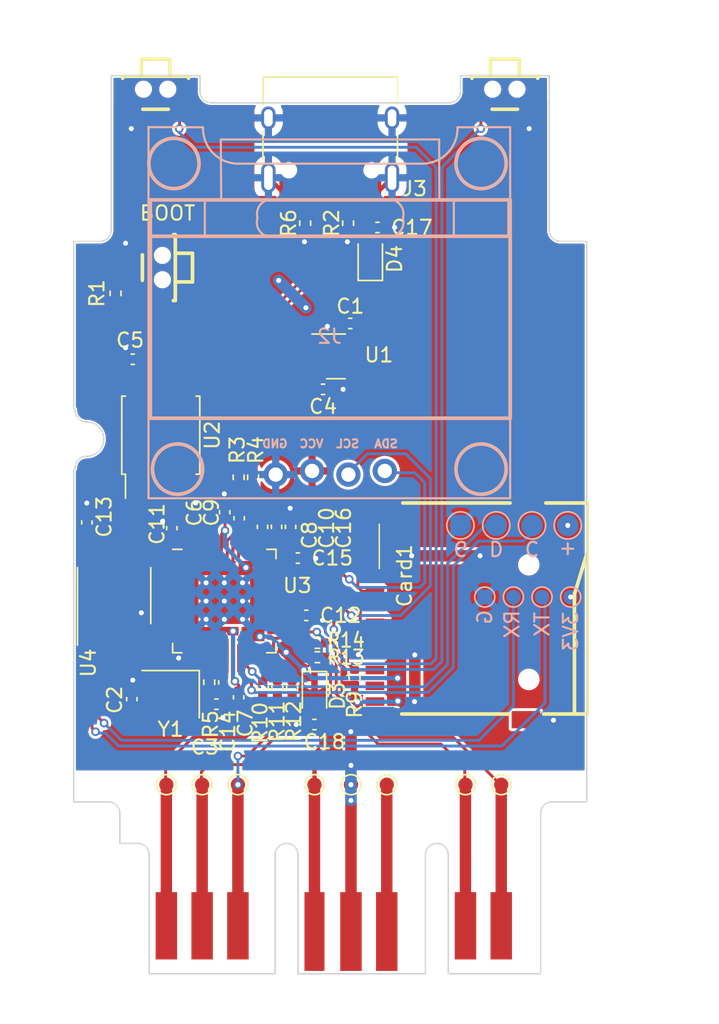
<source format=kicad_pcb>
(kicad_pcb (version 20211014) (generator pcbnew)
  (layers (0 "F.Cu" signal) (31 "B.Cu" signal) (34 "B.Paste" user) (35 "F.Paste" user) (36 "B.SilkS" user "B.Silkscreen") (37 "F.SilkS" user "F.Silkscreen") (38 "B.Mask" user) (39 "F.Mask" user) (44 "Edge.Cuts" user))
  (net 0 "")
  (net 6 "GND")
  (net 7 "+3V3")
  (net 8 "+1V1")
  (net 9 "Net-(R4-Pad2)")
  (net 10 "VBUS")
  (net 11 "Net-(C3-Pad1)")
  (net 12 "Net-(R3-Pad2)")
  (net 13 "SD_MISO")
  (net 14 "SD_CLK")
  (net 15 "SD_MOSI")
  (net 16 "SD_CS")
  (net 18 "Net-(J3-PadA5)")
  (net 19 "D+")
  (net 20 "D-")
  (net 21 "Net-(J3-PadB5)")
  (net 22 "PSX_DAT")
  (net 23 "PSX_CMD")
  (net 24 "PSX_SEL")
  (net 25 "PSX_CLK")
  (net 26 "PSX_ACK")
  (net 27 "XIN")
  (net 28 "XOUT")
  (net 35 "SW1")
  (net 36 "SW2")
  (net 37 "OLED_SCL")
  (net 38 "OLED_SDA")
  (net 39 "QSPI_SS")
  (net 40 "Net-(R1-Pad2)")
  (net 41 "QSPI_SD1")
  (net 42 "QSPI_SD2")
  (net 43 "QSPI_SD0")
  (net 44 "QSPI_SCLK")
  (net 45 "QSPI_SD3")
  (net 46 "SWDIO")
  (net 47 "SWCLK")
  (net 52 "Net-(C1-Pad1)")
  (net 56 "PSX_3.5V")
  (net 57 "PSX_7.5V")
  (net 58 "Net-(R10-Pad2)")
  (net 59 "Net-(R11-Pad2)")
  (net 60 "Net-(R12-Pad2)")
  (net 61 "Net-(R13-Pad2)")
  (net 62 "Net-(R14-Pad2)")
  (net 63 "PSRAM_CS")
  (net 64 "PSRAM_IO1")
  (net 65 "PSRAM_IO2")
  (net 66 "PSRAM_IO0")
  (net 67 "PSRAM_CLK")
  (net 68 "PSRAM_IO3")
  (net 71 "UART_TX")
  (net 72 "UART_RX")
  (footprint "TestPoint:TestPoint_Pad_D1.0mm" (layer "F.Cu") (at 51.85 76)
    (fp_text reference "TP7" hide)
    (fp_text value "TestPoint")
  )
  (footprint "kicad_lceda:SW-SMD_TS24CA" (layer "F.Cu") (at 73 28.2215)
    (fp_text reference "SW1" hide)
    (fp_text value locked "USER1")
  )
  (footprint "kicad_lceda:SW-SMD_TS24CA" (layer "F.Cu") (at 48.3 39.9 -90)
    (fp_text reference "SW3" hide)
    (fp_text value "BOOT")
  )
  (footprint "Resistor_SMD:R_0402_1005Metric" (layer "F.Cu") (at 59.05 36.8 90)
    (fp_text reference "R6")
    (fp_text value "5.1k")
  )
  (footprint "Capacitor_SMD:C_0402_1005Metric" (layer "F.Cu") (at 49.73 58.09 90)
    (fp_text reference "C11")
    (fp_text value "100n")
  )
  (footprint "Capacitor_SMD:C_0402_1005Metric" (layer "F.Cu") (at 47 46.3 180)
    (fp_text reference "C5")
    (fp_text value "100n")
  )
  (footprint "PSX:PlayStation_Memory_Card" (layer "F.Cu") (at 60.8 89.2)
    (fp_text reference "J1")
    (fp_text value "PSX-Memcard")
  )
  (footprint "Capacitor_SMD:C_0402_1005Metric" (layer "F.Cu") (at 54.4375 57.4 90)
    (fp_text reference "C9")
    (fp_text value "100n")
  )
  (footprint "Capacitor_SMD:C_0402_1005Metric" (layer "F.Cu") (at 58.03 58 90)
    (fp_text reference "C16")
    (fp_text value "100n")
  )
  (footprint "Resistor_SMD:R_0402_1005Metric" (layer "F.Cu") (at 62.05 36.8 -90)
    (fp_text reference "R2")
    (fp_text value "5.1k")
  )
  (footprint "TestPoint:TestPoint_Pad_D1.0mm" (layer "F.Cu") (at 62.25 76)
    (fp_text reference "TP4" hide)
    (fp_text value "TestPoint")
  )
  (footprint "Package_SO:SOIC-8_3.9x4.9mm_P1.27mm" (layer "F.Cu") (at 45.7 62.8 90)
    (fp_text reference "U4")
    (fp_text value "LY68L6400SLIT")
  )
  (footprint "Capacitor_SMD:C_0402_1005Metric" (layer "F.Cu") (at 59.1275 64.18)
    (fp_text reference "C12")
    (fp_text value "100n")
  )
  (footprint "Resistor_SMD:R_0402_1005Metric" (layer "F.Cu") (at 55.41 54.54 -90)
    (fp_text reference "R4")
    (fp_text value "22")
  )
  (footprint "Resistor_SMD:R_0402_1005Metric" (layer "F.Cu") (at 54.4 54.54 -90)
    (fp_text reference "R3")
    (fp_text value "22")
  )
  (footprint "Capacitor_SMD:C_0402_1005Metric" (layer "F.Cu") (at 54.4 69.9 -90)
    (fp_text reference "C7")
    (fp_text value "100n")
  )
  (footprint "Capacitor_SMD:C_0402_1005Metric" (layer "F.Cu") (at 53.3675 68.86 -90)
    (fp_text reference "C14")
    (fp_text value "100n")
  )
  (footprint "Resistor_SMD:R_0402_1005Metric" (layer "F.Cu") (at 58.1375 69.28 90)
    (fp_text reference "R12")
    (fp_text value "220")
  )
  (footprint "TestPoint:TestPoint_Pad_D1.0mm" (layer "F.Cu") (at 59.7 76)
    (fp_text reference "TP5" hide)
    (fp_text value "TestPoint")
  )
  (footprint "Connector_USB:USB_C_Receptacle_HRO_TYPE-C-31-M-12" (layer "F.Cu") (at 60.8 30.5 180)
    (fp_text reference "J3")
    (fp_text value "USB_C_Receptacle_USB2.0")
  )
  (footprint "Crystal:Crystal_SMD_3225-4Pin_3.2x2.5mm" (layer "F.Cu") (at 49.65 69.68 180)
    (fp_text reference "Y1")
    (fp_text value "12 Mhz")
  )
  (footprint "Diode_SMD:D_SOD-323" (layer "F.Cu") (at 63.6 39.3 90)
    (fp_text reference "D4")
    (fp_text value "1N5819WS")
  )
  (footprint "Capacitor_SMD:C_0402_1005Metric" (layer "F.Cu") (at 52.85 70.380008)
    (fp_text reference "C3")
    (fp_text value "30p")
  )
  (footprint "Capacitor_SMD:C_0402_1005Metric" (layer "F.Cu") (at 57.05 58 90)
    (fp_text reference "C10")
    (fp_text value "1u")
  )
  (footprint "TestPoint:TestPoint_Pad_D1.0mm" (layer "F.Cu") (at 49.35 76)
    (fp_text reference "TP8" hide)
    (fp_text value "TestPoint")
  )
  (footprint "Capacitor_SMD:C_0402_1005Metric" (layer "F.Cu") (at 43.795 57.69 90)
    (fp_text reference "C13")
    (fp_text value "100n")
  )
  (footprint "Resistor_SMD:R_0402_1005Metric" (layer "F.Cu") (at 52.3475 68.85 -90)
    (fp_text reference "R5")
    (fp_text value "1k")
  )
  (footprint "Package_SO:SOIC-8_5.23x5.23mm_P1.27mm" (layer "F.Cu") (at 48.96 51.6 90)
    (fp_text reference "U2")
    (fp_text value "W25Q128JVS")
  )
  (footprint "Capacitor_SMD:C_0402_1005Metric" (layer "F.Cu") (at 59.7 71.8)
    (fp_text reference "C18")
    (fp_text value "4.7u")
  )
  (footprint "RP2040_minimal:RP2040-QFN-56" (layer "F.Cu") (at 53.4 63.18)
    (fp_text reference "U3")
    (fp_text value "RP2040")
  )
  (footprint "Resistor_SMD:R_0402_1005Metric" (layer "F.Cu") (at 59.9 66.1 180)
    (fp_text reference "R14")
    (fp_text value "22")
  )
  (footprint "Capacitor_SMD:C_0402_1005Metric" (layer "F.Cu") (at 64.1 37.1 180)
    (fp_text reference "C17")
    (fp_text value "4.7u")
  )
  (footprint "Resistor_SMD:R_0402_1005Metric" (layer "F.Cu") (at 56.0875 69.28 90)
    (fp_text reference "R10")
    (fp_text value "22")
  )
  (footprint "Capacitor_SMD:C_0402_1005Metric" (layer "F.Cu") (at 53.4275 56.98 90)
    (fp_text reference "C6")
    (fp_text value "100n")
  )
  (footprint "Capacitor_SMD:C_0402_1005Metric" (layer "F.Cu") (at 62.2 43.8 180)
    (fp_text reference "C1")
    (fp_text value "1u")
  )
  (footprint "TestPoint:TestPoint_Pad_D1.0mm" (layer "F.Cu") (at 70.25 76)
    (fp_text reference "TP2" hide)
    (fp_text value "TestPoint")
  )
  (footprint "Resistor_SMD:R_0402_1005Metric" (layer "F.Cu") (at 45.8 41.7 90)
    (fp_text reference "R1")
    (fp_text value "1k")
  )
  (footprint "TestPoint:TestPoint_Pad_D1.0mm" (layer "F.Cu") (at 64.75 76)
    (fp_text reference "TP3" hide)
    (fp_text value "TestPoint")
  )
  (footprint "Resistor_SMD:R_0402_1005Metric" (layer "F.Cu") (at 62.5 68.5 90)
    (fp_text reference "R9")
    (fp_text value "10k")
  )
  (footprint "Diode_SMD:D_SOD-323" (layer "F.Cu") (at 59.7 69.6 -90)
    (fp_text reference "D3")
    (fp_text value "1N5819WS")
  )
  (footprint "kicad_lceda:TF-SMD_TF-01A" (layer "F.Cu") (at 69.2 63.7 90)
    (fp_text reference "Card1")
    (fp_text value "TF-01A")
  )
  (footprint "TestPoint:TestPoint_Pad_D1.0mm" (layer "F.Cu") (at 72.75 76)
    (fp_text reference "TP1" hide)
    (fp_text value "TestPoint")
  )
  (footprint "Capacitor_SMD:C_0402_1005Metric" (layer "F.Cu") (at 46.9375 70.03 90)
    (fp_text reference "C2")
    (fp_text value "30p")
  )
  (footprint "kicad_lceda:SW-SMD_TS24CA" (layer "F.Cu") (at 48.6 28.2215)
    (fp_text reference "SW2" hide)
    (fp_text value "USER2")
  )
  (footprint "Capacitor_SMD:C_0402_1005Metric" (layer "F.Cu") (at 58.5375 60.18)
    (fp_text reference "C15")
    (fp_text value "100n")
  )
  (footprint "Resistor_SMD:R_0402_1005Metric" (layer "F.Cu") (at 57.1075 69.28 90)
    (fp_text reference "R11")
    (fp_text value "220")
  )
  (footprint "Capacitor_SMD:C_0402_1005Metric" (layer "F.Cu") (at 56.07 58 90)
    (fp_text reference "C8")
    (fp_text value "1u")
  )
  (footprint "Package_TO_SOT_SMD:SOT-23" (layer "F.Cu") (at 61.2 46.1)
    (fp_text reference "U1")
    (fp_text value "XC6206P332MR")
  )
  (footprint "Resistor_SMD:R_0402_1005Metric" (layer "F.Cu") (at 59.9 67.1 180)
    (fp_text reference "R13")
    (fp_text value "220")
  )
  (footprint "TestPoint:TestPoint_Pad_D1.0mm" (layer "F.Cu") (at 54.35 76)
    (fp_text reference "TP6" hide)
    (fp_text value "TestPoint")
  )
  (footprint "Capacitor_SMD:C_0402_1005Metric" (layer "F.Cu") (at 60.3 48.4)
    (fp_text reference "C4")
    (fp_text value "1u")
  )
  (footprint "TestPoint:TestPoint_Pad_D1.5mm" (layer "B.Cu") (at 74.9 57.9 180)
    (fp_text reference "J6" hide)
    (fp_text value "C")
  )
  (footprint "TestPoint:TestPoint_Pad_D1.5mm" (layer "B.Cu") (at 77.4 57.9 180)
    (fp_text reference "J4" hide)
    (fp_text value "+")
  )
  (footprint "TestPoint:TestPoint_Pad_D1.5mm" (layer "B.Cu") (at 72.4 57.9 180)
    (fp_text reference "J5" hide)
    (fp_text value "D")
  )
  (footprint "TestPoint:TestPoint_Pad_D1.0mm" (layer "B.Cu") (at 71.6 62.9 180)
    (fp_text reference "J18" hide)
    (fp_text value "G")
  )
  (footprint "TestPoint:TestPoint_Pad_D1.5mm" (layer "B.Cu") (at 69.9 57.9 180)
    (fp_text reference "J7" hide)
    (fp_text value "G")
  )
  (footprint "TestPoint:TestPoint_Pad_D1.0mm" (layer "B.Cu") (at 73.6 62.9 180)
    (fp_text reference "J9" hide)
    (fp_text value "RX")
  )
  (footprint "kicad_lceda:SSD1306" (layer "B.Cu") (at 60.8 44.7)
    (fp_text reference "J2")
    (fp_text value "OLED")
  )
  (footprint "TestPoint:TestPoint_Pad_D1.0mm" (layer "B.Cu") (at 75.6 62.9 180)
    (fp_text reference "J8" hide)
    (fp_text value "TX")
  )
  (footprint "TestPoint:TestPoint_Pad_D1.0mm" (layer "B.Cu") (at 77.6 62.9 180)
    (fp_text reference "J19" hide)
    (fp_text value "3V3")
  )
  (gr_arc (start 42.97499 53.87499) (mid 43.209297 53.309298) (end 43.77499 53.07499) (layer "Edge.Cuts") (width 0.1))
  (gr_arc (start 45.49899 37.27499) (mid 45.264668 37.840669) (end 44.69899 38.07499) (layer "Edge.Cuts") (width 0.1))
  (gr_line (start 45.49999 28.39999) (end 45.49999 26.49999) (layer "Edge.Cuts") (width 0.1))
  (gr_line (start 58.55 89.2) (end 58.55 80.9) (layer "Edge.Cuts") (width 0.1))
  (gr_line (start 76.1 26.5) (end 76.101 28.4) (layer "Edge.Cuts") (width 0.1))
  (gr_line (start 42.87499 77.19999) (end 42.87499 54.048195) (layer "Edge.Cuts") (width 0.1))
  (gr_line (start 56.95 89.2) (end 48.15 89.2) (layer "Edge.Cuts") (width 0.1))
  (gr_line (start 45.49899 37.27499) (end 45.49999 28.39999) (layer "Edge.Cuts") (width 0.1))
  (gr_line (start 69.05 89.2) (end 69.05 80.9) (layer "Edge.Cuts") (width 0.1))
  (gr_line (start 75.5 78) (end 75.5 89.2) (layer "Edge.Cuts") (width 0.1))
  (gr_arc (start 67.45 80.9) (mid 68.250001 80.100003) (end 69.05 80.9) (layer "Edge.Cuts") (width 0.1))
  (gr_arc (start 69.89999 27.59999) (mid 69.665664 28.165672) (end 69.09998 28.39999) (layer "Edge.Cuts") (width 0.1))
  (gr_line (start 69.89999 26.5) (end 76.1 26.5) (layer "Edge.Cuts") (width 0.1))
  (gr_arc (start 43.77499 50.67499) (mid 44.97499 51.87499) (end 43.77499 53.07499) (layer "Edge.Cuts") (width 0.1))
  (gr_arc (start 75.5 78) (mid 75.734304 77.434305) (end 76.3 77.2) (layer "Edge.Cuts") (width 0.1))
  (gr_arc (start 56.95 80.9) (mid 57.750001 80.100003) (end 58.55 80.9) (layer "Edge.Cuts") (width 0.1))
  (gr_line (start 67.45 89.2) (end 58.55 89.2) (layer "Edge.Cuts") (width 0.1))
  (gr_line (start 67.45 80.9) (end 67.45 89.2) (layer "Edge.Cuts") (width 0.1))
  (gr_arc (start 43.77499 50.67499) (mid 43.209277 50.440687) (end 42.97499 49.87499) (layer "Edge.Cuts") (width 0.1))
  (gr_arc (start 42.87499 49.701785) (mid 42.948175 49.774996) (end 42.97499 49.87499) (layer "Edge.Cuts") (width 0.1))
  (gr_arc (start 42.97499 53.87499) (mid 42.948188 53.974984) (end 42.87499 54.048195) (layer "Edge.Cuts") (width 0.1))
  (gr_line (start 78.725 77.2) (end 76.3 77.2) (layer "Edge.Cuts") (width 0.1))
  (gr_line (start 56.95 80.9) (end 56.95 89.2) (layer "Edge.Cuts") (width 0.1))
  (gr_line (start 51.69999 26.49999) (end 51.69999 27.59999) (layer "Edge.Cuts") (width 0.1))
  (gr_line (start 42.87499 49.701785) (end 42.87499 38.07499) (layer "Edge.Cuts") (width 0.1))
  (gr_line (start 45.49999 26.49999) (end 51.69999 26.49999) (layer "Edge.Cuts") (width 0.1))
  (gr_arc (start 76.901 38.075) (mid 76.335277 37.840701) (end 76.101 37.275) (layer "Edge.Cuts") (width 0.1))
  (gr_line (start 47.34999 80.09999) (end 46.09999 80.09999) (layer "Edge.Cuts") (width 0.1))
  (gr_line (start 42.87499 38.07499) (end 44.69899 38.07499) (layer "Edge.Cuts") (width 0.1))
  (gr_arc (start 47.34999 80.09999) (mid 47.915651 80.33432) (end 48.15 80.9) (layer "Edge.Cuts") (width 0.1))
  (gr_arc (start 52.49999 28.39999) (mid 51.934277 28.165687) (end 51.69999 27.59999) (layer "Edge.Cuts") (width 0.1))
  (gr_line (start 45.29999 77.19999) (end 42.87499 77.19999) (layer "Edge.Cuts") (width 0.1))
  (gr_line (start 69.89999 27.59999) (end 69.89999 26.5) (layer "Edge.Cuts") (width 0.1))
  (gr_line (start 52.49999 28.39999) (end 69.09998 28.39999) (layer "Edge.Cuts") (width 0.1))
  (gr_line (start 75.5 89.2) (end 69.05 89.2) (layer "Edge.Cuts") (width 0.1))
  (gr_line (start 78.725 38.075) (end 78.725 77.2) (layer "Edge.Cuts") (width 0.1))
  (gr_line (start 48.15 89.2) (end 48.15 80.9) (layer "Edge.Cuts") (width 0.1))
  (gr_line (start 76.901 38.075) (end 78.725 38.075) (layer "Edge.Cuts") (width 0.1))
  (gr_line (start 76.101 28.4) (end 76.101 37.275) (layer "Edge.Cuts") (width 0.1))
  (gr_line (start 46.09999 80.09999) (end 46.09999 77.99999) (layer "Edge.Cuts") (width 0.1))
  (gr_arc (start 45.29999 77.19999) (mid 45.865647 77.434316) (end 46.09999 77.99999) (layer "Edge.Cuts") (width 0.1))
  (segment (start 43.795 57.21) (end 43.795 56.345) (width 0.3) (layer "F.Cu") (net 6))
  (segment (start 76.36 71.46) (end 76.4 71.5) (width 0.2) (layer "F.Cu") (net 6))
  (segment (start 62.25 72.31) (end 62.24 72.3) (width 0.8) (layer "F.Cu") (net 6))
  (segment (start 62.781 66.899) (end 62.76 66.92) (width 0.2) (layer "F.Cu") (net 6))
  (segment (start 74.675 30.175) (end 74.7 30.2) (width 0.2) (layer "F.Cu") (net 6))
  (segment (start 53.330008 70.38) (end 54.4 70.38) (width 0.2) (layer "F.Cu") (net 6))
  (segment (start 52.4 67.2) (end 52.4 66.6175) (width 0.2) (layer "F.Cu") (net 6))
  (segment (start 47.605 65.275) (end 47.605 64.005) (width 0.2) (layer "F.Cu") (net 6))
  (segment (start 53.3675 69.34) (end 53.3675 70.342508) (width 0.2) (layer "F.Cu") (net 6))
  (segment (start 53.33 70.380008) (end 53.33 71.27) (width 0.2) (layer "F.Cu") (net 6))
  (segment (start 64.05 34.545) (end 64.205 34.545) (width 0.3) (layer "F.Cu") (net 6))
  (segment (start 62.25 76) (end 62.25 72.31) (width 0.8) (layer "F.Cu") (net 6))
  (segment (start 74.675 28.9965) (end 74.675 30.175) (width 0.2) (layer "F.Cu") (net 6))
  (segment (start 59.22 71.8) (end 58.43 71.8) (width 0.2) (layer "F.Cu") (net 6))
  (segment (start 56.07 57.52) (end 57.05 57.52) (width 0.2) (layer "F.Cu") (net 6))
  (segment (start 53.4275 55.7275) (end 53.4 55.7) (width 0.2) (layer "F.Cu") (net 6))
  (segment (start 50.865 55.2) (end 50.865 55.795) (width 0.2) (layer "F.Cu") (net 6))
  (segment (start 66.49 60.02) (end 71.27 60.02) (width 0.8) (layer "F.Cu") (net 6))
  (segment (start 57.55 34.545) (end 57.395 34.545) (width 0.3) (layer "F.Cu") (net 6))
  (segment (start 50.865 55.795) (end 51.4 56.33) (width 0.2) (layer "F.Cu") (net 6))
  (segment (start 74.476 71.46) (end 76.36 71.46) (width 0.2) (layer "F.Cu") (net 6))
  (segment (start 60.8 43.8) (end 61.72 43.8) (width 0.2) (layer "F.Cu") (net 6))
  (segment (start 53.4275 56.5) (end 53.4275 55.7275) (width 0.2) (layer "F.Cu") (net 6))
  (segment (start 57.395 34.545) (end 56.48 33.63) (width 0.3) (layer "F.Cu") (net 6))
  (segment (start 60.2625 44.3375) (end 60.6 44) (width 0.2) (layer "F.Cu") (net 6))
  (segment (start 59.92 64.18) (end 60.26 64.52) (width 0.2) (layer "F.Cu") (net 6))
  (segment (start 62.05 38.05) (end 62 38.1) (width 0.2) (layer "F.Cu") (net 6))
  (segment (start 46.9375 68.7625) (end 47 68.7) (width 0.2) (layer "F.Cu") (net 6))
  (segment (start 46.925 30.175) (end 46.9 30.2) (width 0.2) (layer "F.Cu") (net 6))
  (segment (start 54.0175 56.5) (end 54.4375 56.92) (width 0.2) (layer "F.Cu") (net 6))
  (segment (start 66.71 70.18) (end 66.69 70.2) (width 0.8) (layer "F.Cu") (net 6))
  (segment (start 57.05 57.52) (end 58.03 57.52) (width 0.2) (layer "F.Cu") (net 6))
  (segment (start 63.924 66.899) (end 62.781 66.899) (width 0.2) (layer "F.Cu") (net 6))
  (segment (start 59.0175 60.18) (end 59.78 60.18) (width 0.2) (layer "F.Cu") (net 6))
  (segment (start 64.58 37.1) (end 65.3 37.1) (width 0.2) (layer "F.Cu") (net 6))
  (segment (start 60.6 44) (end 60.8 43.8) (width 0.2) (layer "F.Cu") (net 6))
  (segment (start 43.795 56.345) (end 43.79 56.34) (width 0.3) (layer "F.Cu") (net 6))
  (segment (start 53.33 70.380008) (end 53.330008 70.38) (width 0.2) (layer "F.Cu") (net 6))
  (segment (start 59.05 37.31) (end 59.05 38.05) (width 0.2) (layer "F.Cu") (net 6))
  (segment (start 50.41 67.36) (end 52.24 67.36) (width 0.2) (layer "F.Cu") (net 6))
  (segment (start 62.25 86.25) (end 62.25 77.1) (width 0.8) (layer "F.Cu") (net 6))
  (segment (start 46.9375 69.55) (end 46.9375 68.7625) (width 0.2) (layer "F.Cu") (net 6))
  (segment (start 46.525 38.225) (end 46.5 38.2) (width 0.2) (layer "F.Cu") (net 6))
  (segment (start 60.2625 45.15) (end 60.2625 44.3375) (width 0.2) (layer "F.Cu") (net 6))
  (segment (start 62.25 77.1) (end 62.25 76) (width 0.8) (layer "F.Cu") (net 6))
  (segment (start 64.205 34.545) (end 65.12 33.63) (width 0.3) (layer "F.Cu") (net 6))
  (segment (start 47.525 38.225) (end 46.525 38.225) (width 0.2) (layer "F.Cu") (net 6))
  (segment (start 59.78 60.18) (end 59.8 60.2) (width 0.2) (layer "F.Cu") (net 6))
  (segment (start 51.52 71.3) (end 50.75 70.53) (width 0.2) (layer "F.Cu") (net 6))
  (segment (start 46.9375 69.55) (end 47.83 69.55) (width 0.2) (layer "F.Cu") (net 6))
  (segment (start 60.78 48.4) (end 61.7 48.4) (width 0.2) (layer "F.Cu") (net 6))
  (segment (start 53.3675 70.342508) (end 53.33 70.380008) (width 0.2) (layer "F.Cu") (net 6))
  (segment (start 46.52 46.3) (end 46.52 45.52) (width 0.2) (layer "F.Cu") (net 6))
  (segment (start 46.52 45.52) (end 46.5 45.5) (width 0.2) (layer "F.Cu") (net 6))
  (segment (start 47.605 64.005) (end 47.6 64) (width 0.2) (layer "F.Cu") (net 6))
  (segment (start 53.4275 56.5) (end 54.0175 56.5) (width 0.2) (layer "F.Cu") (net 6))
  (segment (start 58.03 56.73) (end 58 56.7) (width 0.2) (layer "F.Cu") (net 6))
  (segment (start 59.05 38.05) (end 59 38.1) (width 0.2) (layer "F.Cu") (net 6))
  (segment (start 62.05 37.31) (end 62.05 38.05) (width 0.2) (layer "F.Cu") (net 6))
  (segment (start 58.03 57.52) (end 58.03 56.73) (width 0.2) (layer "F.Cu") (net 6))
  (segment (start 47.83 69.55) (end 48.55 68.83) (width 0.2) (layer "F.Cu") (net 6))
  (segment (start 50.21 67.16) (end 50.41 67.36) (width 0.2) (layer "F.Cu") (net 6))
  (segment (start 59.6075 64.18) (end 59.92 64.18) (width 0.2) (layer "F.Cu") (net 6))
  (segment (start 52.24 67.36) (end 52.4 67.2) (width 0.2) (layer "F.Cu") (net 6))
  (segment (start 46.925 28.9965) (end 46.925 30.175) (width 0.2) (layer "F.Cu") (net 6))
  (segment (start 53.3 71.3) (end 51.52 71.3) (width 0.2) (layer "F.Cu") (net 6))
  (segment (start 49.73 57.61) (end 49.09 57.61) (width 0.2) (layer "F.Cu") (net 6))
  (segment (start 53.33 71.27) (end 53.3 71.3) (width 0.2) (layer "F.Cu") (net 6))
  (segment (start 66.71 66.94) (end 66.71 70.18) (width 0.8) (layer "F.Cu") (net 6))
  (via (at 46.9 30.2) (size 0.6) (drill 0.35) (layers "F.Cu" "B.Cu") (net 6))
  (via (at 46.5 38.2) (size 0.6) (drill 0.35) (layers "F.Cu" "B.Cu") (net 6))
  (via (at 65.3 37.1) (size 0.6) (drill 0.35) (layers "F.Cu" "B.Cu") (net 6))
  (via (at 60.6 44) (size 0.6) (drill 0.35) (layers "F.Cu" "B.Cu") (net 6))
  (via (at 59.8 60.2) (size 0.6) (drill 0.35) (layers "F.Cu" "B.Cu") (net 6))
  (via (at 66.71 66.94) (size 0.6) (drill 0.35) (layers "F.Cu" "B.Cu") (net 6))
  (via (at 62.25 76) (size 0.6) (drill 0.35) (layers "F.Cu" "B.Cu") (net 6))
  (via (at 62.24 72.3) (size 0.6) (drill 0.35) (layers "F.Cu" "B.Cu") (net 6))
  (via (at 51.4 56.33) (size 0.6) (drill 0.35) (layers "F.Cu" "B.Cu") (net 6))
  (via (at 66.69 70.2) (size 0.6) (drill 0.35) (layers "F.Cu" "B.Cu") (net 6))
  (via (at 66.49 60.02) (size 0.6) (drill 0.35) (layers "F.Cu" "B.Cu") (net 6))
  (via (at 47.6 64) (size 0.6) (drill 0.35) (layers "F.Cu" "B.Cu") (net 6))
  (via (at 50.21 67.16) (size 0.6) (drill 0.35) (layers "F.Cu" "B.Cu") (net 6))
  (via (at 62.76 66.92) (size 0.6) (drill 0.35) (layers "F.Cu" "B.Cu") (net 6))
  (via (at 53.3 71.3) (size 0.6) (drill 0.35) (layers "F.Cu" "B.Cu") (net 6))
  (via (at 62 38.1) (size 0.6) (drill 0.35) (layers "F.Cu" "B.Cu") (net 6))
  (via (at 47 68.7) (size 0.6) (drill 0.35) (layers "F.Cu" "B.Cu") (net 6))
  (via (at 61.7 48.4) (size 0.6) (drill 0.35) (layers "F.Cu" "B.Cu") (net 6))
  (via (at 62.25 77.1) (size 0.6) (drill 0.35) (layers "F.Cu" "B.Cu") (net 6))
  (via (at 46.5 45.5) (size 0.6) (drill 0.35) (layers "F.Cu" "B.Cu") (net 6))
  (via (at 59 38.1) (size 0.6) (drill 0.35) (layers "F.Cu" "B.Cu") (net 6))
  (via (at 71.27 60.02) (size 0.6) (drill 0.35) (layers "F.Cu" "B.Cu") (net 6))
  (via (at 74.7 30.2) (size 0.6) (drill 0.35) (layers "F.Cu" "B.Cu") (net 6))
  (via (at 58.43 71.8) (size 0.6) (drill 0.35) (layers "F.Cu" "B.Cu") (net 6))
  (via (at 76.4 71.5) (size 0.6) (drill 0.35) (layers "F.Cu" "B.Cu") (net 6))
  (via (at 49.09 57.61) (size 0.6) (drill 0.35) (layers "F.Cu" "B.Cu") (net 6))
  (via (at 53.4 55.7) (size 0.6) (drill 0.35) (layers "F.Cu" "B.Cu") (net 6))
  (via (at 43.79 56.34) (size 0.6) (drill 0.35) (layers "F.Cu" "B.Cu") (net 6))
  (via (at 58 56.7) (size 0.6) (drill 0.35) (layers "F.Cu" "B.Cu") (net 6))
  (via (at 60.26 64.52) (size 0.6) (drill 0.35) (layers "F.Cu" "B.Cu") (net 6))
  (via (at 62.25 74.65) (size 0.6) (drill 0.35) (layers "F.Cu" "B.Cu") (net 6))
  (segment (start 62.25 76) (end 62.25 74.65) (width 0.8) (layer "B.Cu") (net 6))
  (segment (start 62.25 76) (end 62.25 77.1) (width 0.8) (layer "B.Cu") (net 6))
  (segment (start 53.6 59.7425) (end 53.6 58.96) (width 0.2) (layer "F.Cu") (net 7))
  (segment (start 50.7 60.58) (end 50.77 60.65) (width 0.2) (layer "F.Cu") (net 7))
  (segment (start 56.8075 59.7425) (end 57.11 59.44) (width 0.2) (layer "F.Cu") (net 7))
  (segment (start 53.79 58.77) (end 54.4375 58.1225) (width 0.2) (layer "F.Cu") (net 7))
  (segment (start 49.9625 59.7825) (end 49.73 59.55) (width 0.2) (layer "F.Cu") (net 7))
  (segment (start 49.9625 64.18) (end 50.7 64.18) (width 0.2) (layer "F.Cu") (net 7))
  (segment (start 55.6 59.7425) (end 56 59.7425) (width 0.2) (layer "F.Cu") (net 7))
  (segment (start 53.6 60.42) (end 53.53 60.49) (width 0.2) (layer "F.Cu") (net 7))
  (segment (start 59.82 47.88) (end 60.2625 47.4375) (width 0.3) (layer "F.Cu") (net 7))
  (segment (start 57.11 58.54) (end 57.05 58.48) (width 0.2) (layer "F.Cu") (net 7))
  (segment (start 59.82 48.4) (end 59.82 47.88) (width 0.3) (layer "F.Cu") (net 7))
  (segment (start 57.11 59.44) (end 57.11 58.54) (width 0.2) (layer "F.Cu") (net 7))
  (segment (start 54 60.33) (end 53.8 60.53) (width 0.2) (layer "F.Cu") (net 7))
  (segment (start 58.0575 59.3325) (end 59.0925 59.3325) (width 0.3) (layer "F.Cu") (net 7))
  (segment (start 57.11 59.44) (end 57.95 59.44) (width 0.3) (layer "F.Cu") (net 7))
  (segment (start 56.8375 64.18) (end 58.6475 64.18) (width 0.2) (layer "F.Cu") (net 7))
  (segment (start 54 58.98) (end 53.79 58.77) (width 0.2) (layer "F.Cu") (net 7))
  (segment (start 56.8375 60.58) (end 57.6575 60.58) (width 0.2) (layer "F.Cu") (net 7))
  (segment (start 53.6 58.96) (end 53.79 58.77) (width 0.2) (layer "F.Cu") (net 7))
  (segment (start 49.9625 60.58) (end 49.9625 59.7825) (width 0.2) (layer "F.Cu") (net 7))
  (segment (start 57.95 59.44) (end 58.0575 59.3325) (width 0.3) (layer "F.Cu") (net 7))
  (segment (start 55.2 66.6175) (end 55.2 65.82) (width 0.2) (layer "F.Cu") (net 7))
  (segment (start 54 59.7425) (end 54 60.33) (width 0.2) (layer "F.Cu") (net 7))
  (segment (start 47.055 47.245) (end 47.055 48) (width 0.3) (layer "F.Cu") (net 7))
  (segment (start 56 60.49) (end 56 59.7425) (width 0.2) (layer "F.Cu") (net 7))
  (segment (start 55.6 60.25) (end 55.92 60.57) (width 0.2) (layer "F.Cu") (net 7))
  (segment (start 53.6 68.1475) (end 53.3675 68.38) (width 0.2) (layer "F.Cu") (net 7))
  (segment (start 58.0575 59.3325) (end 58.0575 58.5075) (width 0.3) (layer "F.Cu") (net 7))
  (segment (start 56.8375 64.18) (end 56.02 64.18) (width 0.2) (layer "F.Cu") (net 7))
  (segment (start 53.6 59.7425) (end 53.6 60.42) (width 0.2) (layer "F.Cu") (net 7))
  (segment (start 56.8375 60.58) (end 55.93 60.58) (width 0.2) (layer "F.Cu") (net 7))
  (segment (start 55.93 60.58) (end 55.92 60.57) (width 0.2) (layer "F.Cu") (net 7))
  (segment (start 56 59.7425) (end 56.8075 59.7425) (width 0.2) (layer "F.Cu") (net 7))
  (segment (start 58.955 67.995) (end 59.51 68.55) (width 0.3) (layer "F.Cu") (net 7))
  (segment (start 47.48 46.3) (end 47.48 46.82) (width 0.3) (layer "F.Cu") (net 7))
  (segment (start 50.7 64.18) (end 50.76 64.12) (width 0.2) (layer "F.Cu") (net 7))
  (segment (start 43.795 60.325) (end 43.795 58.17) (width 0.3) (layer "F.Cu") (net 7))
  (segment (start 49.9625 60.58) (end 50.7 60.58) (width 0.2) (layer "F.Cu") (net 7))
  (segment (start 47.48 46.82) (end 47.055 47.245) (width 0.3) (layer "F.Cu") (net 7))
  (segment (start 62.5 69.01) (end 62.5 70.01) (width 0.2) (layer "F.Cu") (net 7))
  (segment (start 55.92 60.57) (end 56 60.49) (width 0.2) (layer "F.Cu") (net 7))
  (segment (start 53.6 66.02) (end 53.34 65.76) (width 0.2) (layer "F.Cu") (net 7))
  (segment (start 54.4375 58.1225) (end 54.4375 57.88) (width 0.2) (layer "F.Cu") (net 7))
  (segment (start 55.2 65.82) (end 55.33 65.69) (width 0.2) (layer "F.Cu") (net 7))
  (segment (start 62.5 70.01) (end 62.7 70.21) (width 0.2) (layer "F.Cu") (net 7))
  (segment (start 57.6575 60.58) (end 58.0575 60.18) (width 0.2) (layer "F.Cu") (net 7))
  (segment (start 53.6 66.6175) (end 53.6 68.1475) (width 0.2) (layer "F.Cu") (net 7))
  (segment (start 58.0575 60.18) (end 58.0575 59.3325) (width 0.3) (layer "F.Cu") (net 7))
  (segment (start 59.0925 59.3325) (end 59.11 59.35) (width 0.3) (layer "F.Cu") (net 7))
  (segment (start 55.6 59.7425) (end 55.6 60.25) (width 0.2) (layer "F.Cu") (net 7))
  (segment (start 54 59.7425) (end 54 58.98) (width 0.2) (layer "F.Cu") (net 7))
  (segment (start 49.73 59.55) (end 49.73 58.57) (width 0.2) (layer "F.Cu") (net 7))
  (segment (start 60.2625 47.4375) (end 60.2625 47.05) (width 0.3) (layer "F.Cu") (net 7))
  (segment (start 58.0575 58.5075) (end 58.03 58.48) (width 0.3) (layer "F.Cu") (net 7))
  (segment (start 56.02 64.18) (end 55.95 64.25) (width 0.2) (layer "F.Cu") (net 7))
  (segment (start 53.6 66.6175) (end 53.6 66.02) (width 0.2) (layer "F.Cu") (net 7))
  (segment (start 58.03 59.21) (end 58.03 58.48) (width 0.2) (layer "F.Cu") (net 7))
  (segment (start 59.51 68.55) (end 59.7 68.55) (width 0.3) (layer "F.Cu") (net 7))
  (via (at 59.1 42.7) (size 0.6) (drill 0.35) (layers "F.Cu" "B.Cu") (net 7))
  (via (at 77.4 57.9) (size 0.6) (drill 0.35) (layers "F.Cu" "B.Cu") (net 7))
  (via (at 55.89 65.66) (size 0.6) (drill 0.35) (layers "F.Cu" "B.Cu") (net 7))
  (via (at 62.7 70.21) (size 0.6) (drill 0.35) (layers "F.Cu" "B.Cu") (net 7))
  (via (at 77.6 62.9) (size 0.6) (drill 0.35) (layers "F.Cu" "B.Cu") (net 7))
  (via (at 57.72 66.76) (size 0.6) (drill 0.35) (layers "F.Cu" "B.Cu") (net 7))
  (via (at 58.955 67.995) (size 0.6) (drill 0.35) (layers "F.Cu" "B.Cu") (net 7))
  (via (at 57.2 40.8) (size 0.6) (drill 0.35) (layers "F.Cu" "B.Cu") (net 7))
  (via (at 65.51 68.56) (size 0.6) (drill 0.35) (layers "F.Cu" "B.Cu") (net 7))
  (via (at 65.53 70.16) (size 0.6) (drill 0.35) (layers "F.Cu" "B.Cu") (net 7))
  (segment (start 59.1 42.7) (end 57.2 40.8) (width 0.8) (layer "B.Cu") (net 7))
  (segment (start 57.72 66.76) (end 58.955 67.995) (width 0.3) (layer "B.Cu") (net 7))
  (segment (start 65.51 68.56) (end 59.52 68.56) (width 0.3) (layer "B.Cu") (net 7))
  (segment (start 62.7 70.21) (end 65.48 70.21) (width 0.3) (layer "B.Cu") (net 7))
  (segment (start 56.62 65.66) (end 57.72 66.76) (width 0.3) (layer "B.Cu") (net 7))
  (segment (start 59.52 68.56) (end 58.955 67.995) (width 0.3) (layer "B.Cu") (net 7))
  (segment (start 55.89 65.66) (end 56.62 65.66) (width 0.3) (layer "B.Cu") (net 7))
  (segment (start 65.48 70.21) (end 65.53 70.16) (width 0.2) (layer "B.Cu") (net 7))
  (segment (start 54.14 68.78) (end 54.4 69.04) (width 0.2) (layer "F.Cu") (net 8))
  (segment (start 53.45 58.26) (end 53.2 58.51) (width 0.2) (layer "F.Cu") (net 8))
  (segment (start 55.92 58.48) (end 56.07 58.48) (width 0.2) (layer "F.Cu") (net 8))
  (segment (start 53.45 57.4825) (end 53.4275 57.46) (width 0.2) (layer "F.Cu") (net 8))
  (segment (start 54 68.64) (end 54 66.6175) (width 0.2) (layer "F.Cu") (net 8))
  (segment (start 55.2 59.7425) (end 55.2 60.55) (width 0.2) (layer "F.Cu") (net 8))
  (segment (start 54.14 68.78) (end 54 68.64) (width 0.2) (layer "F.Cu") (net 8))
  (segment (start 54.4 69.04) (end 54.4 69.42) (width 0.2) (layer "F.Cu") (net 8))
  (segment (start 54 66.6175) (end 54 65.29) (width 0.2) (layer "F.Cu") (net 8))
  (segment (start 54 65.29) (end 54.01 65.28) (width 0.2) (layer "F.Cu") (net 8))
  (segment (start 55.2 59.7425) (end 55.2 59.2) (width 0.2) (layer "F.Cu") (net 8))
  (segment (start 53.45 58.26) (end 53.45 57.4825) (width 0.2) (layer "F.Cu") (net 8))
  (segment (start 53.2 58.51) (end 53.2 59.7425) (width 0.2) (layer "F.Cu") (net 8))
  (segment (start 55.2 59.2) (end 55.92 58.48) (width 0.2) (layer "F.Cu") (net 8))
  (segment (start 55.2 60.55) (end 54.91 60.84) (width 0.2) (layer "F.Cu") (net 8))
  (via (at 54.91 60.84) (size 0.6) (drill 0.35) (layers "F.Cu" "B.Cu") (net 8))
  (via (at 54.14 68.78) (size 0.6) (drill 0.35) (layers "F.Cu" "B.Cu") (net 8))
  (via (at 53.45 58.26) (size 0.6) (drill 0.35) (layers "F.Cu" "B.Cu") (net 8))
  (via (at 54.01 65.28) (size 0.6) (drill 0.35) (layers "F.Cu" "B.Cu") (net 8))
  (segment (start 53.45 59.38) (end 54.91 60.84) (width 0.3) (layer "B.Cu") (net 8))
  (segment (start 53.45 58.26) (end 53.45 59.38) (width 0.3) (layer "B.Cu") (net 8))
  (segment (start 54.01 68.65) (end 54.01 65.28) (width 0.3) (layer "B.Cu") (net 8))
  (segment (start 54.14 68.78) (end 54.01 68.65) (width 0.3) (layer "B.Cu") (net 8))
  (segment (start 55.45 58.38) (end 55.45 55.1) (width 0.2) (layer "F.Cu") (net 9))
  (segment (start 54.8 59.03) (end 55.45 58.38) (width 0.2) (layer "F.Cu") (net 9))
  (segment (start 55.45 55.1) (end 55.41 55.06) (width 0.2) (layer "F.Cu") (net 9))
  (segment (start 54.8 59.7425) (end 54.8 59.03) (width 0.2) (layer "F.Cu") (net 9))
  (segment (start 63.62 37.1) (end 63.62 38.23) (width 0.3) (layer "F.Cu") (net 10))
  (segment (start 62.570969 33.070969) (end 63.25 33.75) (width 0.3) (layer "F.Cu") (net 10))
  (segment (start 58.96366 33.070969) (end 62.570969 33.070969) (width 0.3) (layer "F.Cu") (net 10))
  (segment (start 63.62 36.22) (end 63.62 37.1) (width 0.3) (layer "F.Cu") (net 10))
  (segment (start 63.25 35.85) (end 63.62 36.22) (width 0.3) (layer "F.Cu") (net 10))
  (segment (start 63.25 33.75) (end 63.25 34.545) (width 0.3) (layer "F.Cu") (net 10))
  (segment (start 63.62 38.23) (end 63.6 38.25) (width 0.3) (layer "F.Cu") (net 10))
  (segment (start 63.25 34.545) (end 63.25 35.85) (width 0.3) (layer "F.Cu") (net 10))
  (segment (start 58.35 34.545) (end 58.35 33.684629) (width 0.3) (layer "F.Cu") (net 10))
  (segment (start 58.35 33.684629) (end 58.96366 33.070969) (width 0.3) (layer "F.Cu") (net 10))
  (segment (start 51.25 69.33) (end 50.75 68.83) (width 0.2) (layer "F.Cu") (net 11))
  (segment (start 52.3475 70.357508) (end 52.37 70.380008) (width 0.2) (layer "F.Cu") (net 11))
  (segment (start 52.3475 69.36) (end 52.3475 70.357508) (width 0.2) (layer "F.Cu") (net 11))
  (segment (start 52.3175 69.33) (end 51.25 69.33) (width 0.2) (layer "F.Cu") (net 11))
  (segment (start 52.3475 69.36) (end 52.3175 69.33) (width 0.2) (layer "F.Cu") (net 11))
  (segment (start 54.4 55.05) (end 54.4 55.53) (width 0.2) (layer "F.Cu") (net 12))
  (segment (start 55.05 58.21) (end 54.4 58.86) (width 0.2) (layer "F.Cu") (net 12))
  (segment (start 55.05 56.18) (end 55.05 58.21) (width 0.2) (layer "F.Cu") (net 12))
  (segment (start 54.4 55.53) (end 55.05 56.18) (width 0.2) (layer "F.Cu") (net 12))
  (segment (start 54.4 58.86) (end 54.4 59.7425) (width 0.2) (layer "F.Cu") (net 12))
  (segment (start 62.5 67.99) (end 62.01 67.5) (width 0.2) (layer "F.Cu") (net 13))
  (segment (start 60.21 62.98) (end 56.8375 62.98) (width 0.2) (layer "F.Cu") (net 13))
  (segment (start 63.924 67.999) (end 62.509 67.999) (width 0.2) (layer "F.Cu") (net 13))
  (segment (start 62.01 64.78) (end 60.21 62.98) (width 0.2) (layer "F.Cu") (net 13))
  (segment (start 62.509 67.999) (end 62.5 67.99) (width 0.2) (layer "F.Cu") (net 13))
  (segment (start 62.01 67.5) (end 62.01 64.78) (width 0.2) (layer "F.Cu") (net 13))
  (segment (start 63.469 65.799) (end 63.924 65.799) (width 0.2) (layer "F.Cu") (net 14))
  (segment (start 62.9 63.93) (end 62.9 65.23) (width 0.2) (layer "F.Cu") (net 14))
  (segment (start 56.8375 62.18) (end 61.15 62.18) (width 0.2) (layer "F.Cu") (net 14))
  (segment (start 61.15 62.18) (end 62.9 63.93) (width 0.2) (layer "F.Cu") (net 14))
  (segment (start 62.9 65.23) (end 63.469 65.799) (width 0.2) (layer "F.Cu") (net 14))
  (segment (start 63.924 63.599) (end 63.149 63.599) (width 0.2) (layer "F.Cu") (net 15))
  (segment (start 61.33 61.78) (end 56.8375 61.78) (width 0.2) (layer "F.Cu") (net 15))
  (segment (start 63.149 63.599) (end 61.33 61.78) (width 0.2) (layer "F.Cu") (net 15))
  (segment (start 63.019 62.499) (end 63.924 62.499) (width 0.2) (layer "F.Cu") (net 16))
  (segment (start 56.8375 60.98) (end 62.31 60.98) (width 0.2) (layer "F.Cu") (net 16))
  (segment (start 62.31 60.98) (end 62.73 61.4) (width 0.2) (layer "F.Cu") (net 16))
  (segment (start 62.73 62.21) (end 63.019 62.499) (width 0.2) (layer "F.Cu") (net 16))
  (segment (start 62.73 61.4) (end 62.73 62.21) (width 0.2) (layer "F.Cu") (net 16))
  (segment (start 62.05 36.29) (end 62.05 34.545) (width 0.2) (layer "F.Cu") (net 18))
  (segment (start 60.05 33.570978) (end 60.100489 33.520489) (width 0.2) (layer "F.Cu") (net 19))
  (segment (start 60.05 34.545) (end 60.05 33.570978) (width 0.2) (layer "F.Cu") (net 19))
  (segment (start 54.679999 44.901801) (end 60.075 39.5068) (width 0.2) (layer "F.Cu") (net 19))
  (segment (start 60.05 35.632501) (end 60.05 34.545) (width 0.2) (layer "F.Cu") (net 19))
  (segment (start 60.075 35.657501) (end 60.05 35.632501) (width 0.2) (layer "F.Cu") (net 19))
  (segment (start 54.679999 53.750001) (end 54.679999 44.901801) (width 0.2) (layer "F.Cu") (net 19))
  (segment (start 60.100489 33.520489) (end 60.999511 33.520489) (width 0.2) (layer "F.Cu") (net 19))
  (segment (start 60.075 39.5068) (end 60.075 35.657501) (width 0.2) (layer "F.Cu") (net 19))
  (segment (start 61.05 33.570978) (end 61.05 34.545) (width 0.2) (layer "F.Cu") (net 19))
  (segment (start 60.999511 33.520489) (end 61.05 33.570978) (width 0.2) (layer "F.Cu") (net 19))
  (segment (start 54.4 54.03) (end 54.679999 53.750001) (width 0.2) (layer "F.Cu") (net 19))
  (segment (start 60.55 35.632501) (end 60.55 34.545) (width 0.2) (layer "F.Cu") (net 20))
  (segment (start 60.525 35.657501) (end 60.55 35.632501) (width 0.2) (layer "F.Cu") (net 20))
  (segment (start 60.55 34.545) (end 60.55 35.519022) (width 0.2) (layer "F.Cu") (net 20))
  (segment (start 55.41 54.03) (end 55.130001 53.750001) (width 0.2) (layer "F.Cu") (net 20))
  (segment (start 60.525 39.6932) (end 60.525 35.657501) (width 0.2) (layer "F.Cu") (net 20))
  (segment (start 61.46 35.57) (end 61.55 35.48) (width 0.2) (layer "F.Cu") (net 20))
  (segment (start 60.600978 35.57) (end 61.46 35.57) (width 0.2) (layer "F.Cu") (net 20))
  (segment (start 55.130001 45.088199) (end 60.525 39.6932) (width 0.2) (layer "F.Cu") (net 20))
  (segment (start 61.55 35.48) (end 61.55 34.545) (width 0.2) (layer "F.Cu") (net 20))
  (segment (start 55.130001 53.750001) (end 55.130001 45.088199) (width 0.2) (layer "F.Cu") (net 20))
  (segment (start 60.55 35.519022) (end 60.600978 35.57) (width 0.2) (layer "F.Cu") (net 20))
  (segment (start 59.05 36.29) (end 59.05 34.545) (width 0.2) (layer "F.Cu") (net 21))
  (segment (start 72.7 76) (end 69.4 72.7) (width 0.2) (layer "F.Cu") (net 22))
  (segment (start 60.97 66.1) (end 60.41 66.1) (width 0.2) (layer "F.Cu") (net 22))
  (segment (start 61.22 69.66) (end 61.22 66.35) (width 0.2) (layer "F.Cu") (net 22))
  (segment (start 69.4 72.7) (end 64.26 72.7) (width 0.2) (layer "F.Cu") (net 22))
  (segment (start 72.75 85.85) (end 72.75 76) (width 0.8) (layer "F.Cu") (net 22))
  (segment (start 61.22 66.35) (end 60.97 66.1) (width 0.2) (layer "F.Cu") (net 22))
  (segment (start 64.26 72.7) (end 61.22 69.66) (width 0.2) (layer "F.Cu") (net 22))
  (segment (start 70.25 85.85) (end 70.25 76) (width 0.8) (layer "F.Cu") (net 23))
  (segment (start 68.53 73.16) (end 64.14 73.16) (width 0.2) (layer "F.Cu") (net 23))
  (segment (start 70.2 74.83) (end 68.53 73.16) (width 0.2) (layer "F.Cu") (net 23))
  (segment (start 70.2 76) (end 70.2 74.83) (width 0.2) (layer "F.Cu") (net 23))
  (segment (start 60.82 67.51) (end 60.41 67.1) (width 0.2) (layer "F.Cu") (net 23))
  (segment (start 64.14 73.16) (end 60.82 69.84) (width 0.2) (layer "F.Cu") (net 23))
  (segment (start 60.82 69.84) (end 60.82 67.51) (width 0.2) (layer "F.Cu") (net 23))
  (segment (start 57.1075 71.8925) (end 57.1075 69.79) (width 0.2) (layer "F.Cu") (net 24))
  (segment (start 54.35 85.85) (end 54.35 76) (width 0.8) (layer "F.Cu") (net 24))
  (segment (start 55 74) (end 57.1075 71.8925) (width 0.2) (layer "F.Cu") (net 24))
  (segment (start 54.35 74) (end 55 74) (width 0.2) (layer "F.Cu") (net 24))
  (via (at 54.35 76) (size 0.6) (drill 0.35) (layers "F.Cu" "B.Cu") (net 24))
  (via (at 54.35 74) (size 0.6) (drill 0.35) (layers "F.Cu" "B.Cu") (net 24))
  (segment (start 54.35 76) (end 54.35 74) (width 0.2) (layer "B.Cu") (net 24))
  (segment (start 51.8 76) (end 51.8 75.1) (width 0.2) (layer "F.Cu") (net 25))
  (segment (start 57.51 70.4175) (end 58.1375 69.79) (width 0.2) (layer "F.Cu") (net 25))
  (segment (start 55.05 74.6) (end 57.51 72.14) (width 0.2) (layer "F.Cu") (net 25))
  (segment (start 57.51 72.14) (end 57.51 70.4175) (width 0.2) (layer "F.Cu") (net 25))
  (segment (start 51.85 85.85) (end 51.85 76) (width 0.8) (layer "F.Cu") (net 25))
  (segment (start 51.8 75.1) (end 52.3 74.6) (width 0.2) (layer "F.Cu") (net 25))
  (segment (start 52.3 74.6) (end 55.05 74.6) (width 0.2) (layer "F.Cu") (net 25))
  (segment (start 54.9 72.7) (end 56.1 71.5) (width 0.2) (layer "F.Cu") (net 26))
  (segment (start 51.2 72.7) (end 54.9 72.7) (width 0.2) (layer "F.Cu") (net 26))
  (segment (start 49.35 85.85) (end 49.35 76) (width 0.8) (layer "F.Cu") (net 26))
  (segment (start 49.3 76) (end 49.3 74.6) (width 0.2) (layer "F.Cu") (net 26))
  (segment (start 56.1 71.5) (end 56.1 69.8025) (width 0.2) (layer "F.Cu") (net 26))
  (segment (start 56.1 69.8025) (end 56.0875 69.79) (width 0.2) (layer "F.Cu") (net 26))
  (segment (start 49.3 74.6) (end 51.2 72.7) (width 0.2) (layer "F.Cu") (net 26))
  (segment (start 49.86 67.76) (end 49.64 67.98) (width 0.2) (layer "F.Cu") (net 27))
  (segment (start 48.53 70.51) (end 48.55 70.53) (width 0.2) (layer "F.Cu") (net 27))
  (segment (start 48.66 70.53) (end 48.55 70.53) (width 0.2) (layer "F.Cu") (net 27))
  (segment (start 52.8 66.6175) (end 52.8 67.41) (width 0.2) (layer "F.Cu") (net 27))
  (segment (start 52.8 67.41) (end 52.45 67.76) (width 0.2) (layer "F.Cu") (net 27))
  (segment (start 46.9375 70.51) (end 48.53 70.51) (width 0.2) (layer "F.Cu") (net 27))
  (segment (start 52.45 67.76) (end 49.86 67.76) (width 0.2) (layer "F.Cu") (net 27))
  (segment (start 49.64 67.98) (end 49.64 69.55) (width 0.2) (layer "F.Cu") (net 27))
  (segment (start 49.64 69.55) (end 48.66 70.53) (width 0.2) (layer "F.Cu") (net 27))
  (segment (start 53.2 67.61) (end 52.47 68.34) (width 0.2) (layer "F.Cu") (net 28))
  (segment (start 52.47 68.34) (end 52.3475 68.34) (width 0.2) (layer "F.Cu") (net 28))
  (segment (start 53.2 66.6175) (end 53.2 67.61) (width 0.2) (layer "F.Cu") (net 28))
  (segment (start 58.84 65.34) (end 58.08 64.58) (width 0.2) (layer "F.Cu") (net 35))
  (segment (start 71.325 28.9965) (end 71.325 30.2) (width 0.2) (layer "F.Cu") (net 35))
  (segment (start 58.08 64.58) (end 56.8375 64.58) (width 0.2) (layer "F.Cu") (net 35))
  (segment (start 59.86 65.34) (end 58.84 65.34) (width 0.2) (layer "F.Cu") (net 35))
  (via (at 71.325 30.2) (size 0.6) (drill 0.35) (layers "F.Cu" "B.Cu") (net 35))
  (via (at 59.86 65.34) (size 0.6) (drill 0.35) (layers "F.Cu" "B.Cu") (net 35))
  (segment (start 68.6 67.4) (end 68.6 32.9) (width 0.2) (layer "B.Cu") (net 35))
  (segment (start 61.78 67.96) (end 68.04 67.96) (width 0.2) (layer "B.Cu") (net 35))
  (segment (start 59.86 65.34) (end 60.59 66.07) (width 0.2) (layer "B.Cu") (net 35))
  (segment (start 71.3 30.2) (end 71.325 30.2) (width 0.2) (layer "B.Cu") (net 35))
  (segment (start 60.59 66.07) (end 60.59 66.77) (width 0.2) (layer "B.Cu") (net 35))
  (segment (start 68.6 32.9) (end 71.3 30.2) (width 0.2) (layer "B.Cu") (net 35))
  (segment (start 60.59 66.77) (end 61.78 67.96) (width 0.2) (layer "B.Cu") (net 35))
  (segment (start 68.04 67.96) (end 68.6 67.4) (width 0.2) (layer "B.Cu") (net 35))
  (segment (start 61.05 64.4) (end 60.03 63.38) (width 0.2) (layer "F.Cu") (net 36))
  (segment (start 50.275 28.9965) (end 50.275 30.175) (width 0.2) (layer "F.Cu") (net 36))
  (segment (start 60.03 63.38) (end 56.8375 63.38) (width 0.2) (layer "F.Cu") (net 36))
  (segment (start 50.275 30.175) (end 50.25 30.2) (width 0.2) (layer "F.Cu") (net 36))
  (segment (start 61.05 65.16) (end 61.05 64.4) (width 0.2) (layer "F.Cu") (net 36))
  (via (at 50.25 30.2) (size 0.6) (drill 0.35) (layers "F.Cu" "B.Cu") (net 36))
  (via (at 61.05 65.16) (size 0.6) (drill 0.35) (layers "F.Cu" "B.Cu") (net 36))
  (segment (start 66.8 31.5) (end 51.28 31.5) (width 0.2) (layer "B.Cu") (net 36))
  (segment (start 50.25 30.2) (end 50.25 30.47) (width 0.2) (layer "B.Cu") (net 36))
  (segment (start 50.25 30.47) (end 51.28 31.5) (width 0.2) (layer "B.Cu") (net 36))
  (segment (start 67.84 67.56) (end 68.2 67.2) (width 0.2) (layer "B.Cu") (net 36))
  (segment (start 68.2 67.2) (end 68.2 32.9) (width 0.2) (layer "B.Cu") (net 36))
  (segment (start 61.05 66.57) (end 62.04 67.56) (width 0.2) (layer "B.Cu") (net 36))
  (segment (start 62.04 67.56) (end 67.84 67.56) (width 0.2) (layer "B.Cu") (net 36))
  (segment (start 68.2 32.9) (end 66.8 31.5) (width 0.2) (layer "B.Cu") (net 36))
  (segment (start 61.05 65.16) (end 61.05 66.57) (width 0.2) (layer "B.Cu") (net 36))
  (segment (start 60.66 62.58) (end 56.8375 62.58) (width 0.2) (layer "F.Cu") (net 37))
  (segment (start 62.27 64.19) (end 60.66 62.58) (width 0.2) (layer "F.Cu") (net 37))
  (via (at 62.27 64.19) (size 0.6) (drill 0.35) (layers "F.Cu" "B.Cu") (net 37))
  (segment (start 67.8 62.12) (end 67.8 54.62) (width 0.2) (layer "B.Cu") (net 37))
  (segment (start 66.08 52.9) (end 63.395 52.9) (width 0.2) (layer "B.Cu") (net 37))
  (segment (start 62.27 64.19) (end 65.73 64.19) (width 0.2) (layer "B.Cu") (net 37))
  (segment (start 67.8 54.62) (end 66.08 52.9) (width 0.2) (layer "B.Cu") (net 37))
  (segment (start 65.73 64.19) (end 67.8 62.12) (width 0.2) (layer "B.Cu") (net 37))
  (segment (start 63.395 52.9) (end 62.07 54.225) (width 0.2) (layer "B.Cu") (net 37))
  (segment (start 62.05 61.66) (end 61.77 61.38) (width 0.2) (layer "F.Cu") (net 38))
  (segment (start 62.13 61.66) (end 62.05 61.66) (width 0.2) (layer "F.Cu") (net 38))
  (segment (start 61.77 61.38) (end 56.8375 61.38) (width 0.2) (layer "F.Cu") (net 38))
  (via (at 62.13 61.66) (size 0.6) (drill 0.35) (layers "F.Cu" "B.Cu") (net 38))
  (segment (start 67.4 61.9) (end 67.4 54.91) (width 0.2) (layer "B.Cu") (net 38))
  (segment (start 67.4 54.91) (end 66.715 54.225) (width 0.2) (layer "B.Cu") (net 38))
  (segment (start 67.07 62.23) (end 67.4 61.9) (width 0.2) (layer "B.Cu") (net 38))
  (segment (start 66.715 54.225) (end 64.61 54.225) (width 0.2) (layer "B.Cu") (net 38))
  (segment (start 62.7 62.23) (end 67.07 62.23) (width 0.2) (layer "B.Cu") (net 38))
  (segment (start 62.13 61.66) (end 62.7 62.23) (width 0.2) (layer "B.Cu") (net 38))
  (segment (start 50.8 59.7425) (end 50.8 57.74) (width 0.2) (layer "F.Cu") (net 39))
  (segment (start 47.74 56.83) (end 47.055 56.145) (width 0.2) (layer "F.Cu") (net 39))
  (segment (start 47.055 55.2) (end 47.055 53.815) (width 0.2) (layer "F.Cu") (net 39))
  (segment (start 47.055 56.145) (end 47.055 55.2) (width 0.2) (layer "F.Cu") (net 39))
  (segment (start 49.89 56.83) (end 47.74 56.83) (width 0.2) (layer "F.Cu") (net 39))
  (segment (start 50.8 57.74) (end 49.89 56.83) (width 0.2) (layer "F.Cu") (net 39))
  (segment (start 45.8 52.56) (end 45.8 42.21) (width 0.2) (layer "F.Cu") (net 39))
  (segment (start 47.055 53.815) (end 45.8 52.56) (width 0.2) (layer "F.Cu") (net 39))
  (segment (start 45.8 41.19) (end 47.14 41.19) (width 0.2) (layer "F.Cu") (net 40))
  (segment (start 47.14 41.19) (end 47.525 41.575) (width 0.2) (layer "F.Cu") (net 40))
  (segment (start 51.2 59.7425) (end 51.2 57.57) (width 0.2) (layer "F.Cu") (net 41))
  (segment (start 51.2 57.57) (end 50 56.37) (width 0.2) (layer "F.Cu") (net 41))
  (segment (start 50 56.37) (end 49.22 56.37) (width 0.2) (layer "F.Cu") (net 41))
  (segment (start 48.325 49.535) (end 48.325 50.755) (width 0.2) (layer "F.Cu") (net 41))
  (segment (start 48.76 49.34) (end 48.52 49.34) (width 0.2) (layer "F.Cu") (net 41))
  (segment (start 48.1 50.98) (end 48.03229 50.98) (width 0.2) (layer "F.Cu") (net 41))
  (segment (start 48.325 51.655) (end 48.325 52.4381) (width 0.2) (layer "F.Cu") (net 41))
  (segment (start 48.325 52.4381) (end 48.325 55.2) (width 0.2) (layer "F.Cu") (net 41))
  (segment (start 48.03229 51.43) (end 48.1 51.43) (width 0.2) (layer "F.Cu") (net 41))
  (segment (start 48.52 49.34) (end 48.325 49.535) (width 0.2) (layer "F.Cu") (net 41))
  (segment (start 48.94 56.09) (end 48.94 49.52) (width 0.2) (layer "F.Cu") (net 41))
  (segment (start 49.22 56.37) (end 48.94 56.09) (width 0.2) (layer "F.Cu") (net 41))
  (segment (start 48.94 49.52) (end 48.76 49.34) (width 0.2) (layer "F.Cu") (net 41))
  (arc (start 48.1 51.43) (mid 48.259099 51.495901) (end 48.325 51.655) (width 0.2) (layer "F.Cu") (net 41))
  (arc (start 47.80729 51.205) (mid 47.873191 51.364099) (end 48.03229 51.43) (width 0.2) (layer "F.Cu") (net 41))
  (arc (start 48.325 50.755) (mid 48.259099 50.914099) (end 48.1 50.98) (width 0.2) (layer "F.Cu") (net 41))
  (arc (start 48.03229 50.98) (mid 47.873191 51.045901) (end 47.80729 51.205) (width 0.2) (layer "F.Cu") (net 41))
  (segment (start 50.54 50.44) (end 50.681425 50.44) (width 0.2) (layer "F.Cu") (net 42))
  (segment (start 49.71 49.14) (end 50.1 49.14) (width 0.2) (layer "F.Cu") (net 42))
  (segment (start 51.6 57.4) (end 51.6 59.7425) (width 0.2) (layer "F.Cu") (net 42))
  (segment (start 49.57 49.28) (end 49.71 49.14) (width 0.2) (layer "F.Cu") (net 42))
  (segment (start 49.57 55.175) (end 49.57 49.28) (width 0.2) (layer "F.Cu") (net 42))
  (segment (start 50.24 49.28) (end 50.24 50.14) (width 0.2) (layer "F.Cu") (net 42))
  (segment (start 49.595 55.2) (end 49.57 55.175) (width 0.2) (layer "F.Cu") (net 42))
  (segment (start 50.24 56.04) (end 51.6 57.4) (width 0.2) (layer "F.Cu") (net 42))
  (segment (start 50.1 49.14) (end 50.24 49.28) (width 0.2) (layer "F.Cu") (net 42))
  (segment (start 50.24 51.34) (end 50.24 51.39) (width 0.2) (layer "F.Cu") (net 42))
  (segment (start 50.681425 51.04) (end 50.54 51.04) (width 0.2) (layer "F.Cu") (net 42))
  (segment (start 50.24 51.39) (end 50.24 56.04) (width 0.2) (layer "F.Cu") (net 42))
  (arc (start 50.54 51.04) (mid 50.327868 51.127868) (end 50.24 51.34) (width 0.2) (layer "F.Cu") (net 42))
  (arc (start 50.24 50.14) (mid 50.327868 50.352132) (end 50.54 50.44) (width 0.2) (layer "F.Cu") (net 42))
  (arc (start 50.981425 50.74) (mid 50.893557 50.952132) (end 50.681425 51.04) (width 0.2) (layer "F.Cu") (net 42))
  (arc (start 50.681425 50.44) (mid 50.893557 50.527868) (end 50.981425 50.74) (width 0.2) (layer "F.Cu") (net 42))
  (segment (start 51.775 54.125) (end 51.675 54.125) (width 0.2) (layer "F.Cu") (net 43))
  (segment (start 51.075 53.675) (end 51.775 53.675) (width 0.2) (layer "F.Cu") (net 43))
  (segment (start 52 50.66) (end 52 51.2) (width 0.2) (layer "F.Cu") (net 43))
  (segment (start 52 54.8) (end 52 54.85) (width 0.2) (layer "F.Cu") (net 43))
  (segment (start 52 54.85) (end 52 59.7425) (width 0.2) (layer "F.Cu") (net 43))
  (segment (start 51.675 54.575) (end 51.775 54.575) (width 0.2) (layer "F.Cu") (net 43))
  (segment (start 51.775 53.225) (end 51.075 53.225) (width 0.2) (layer "F.Cu") (net 43))
  (segment (start 51.775 51.425) (end 51.075 51.425) (width 0.2) (layer "F.Cu") (net 43))
  (segment (start 50.865 49.525) (end 52 50.66) (width 0.2) (layer "F.Cu") (net 43))
  (segment (start 51.775 52.325) (end 51.075 52.325) (width 0.2) (layer "F.Cu") (net 43))
  (segment (start 50.865 48) (end 50.865 49.525) (width 0.2) (layer "F.Cu") (net 43))
  (segment (start 51.075 52.775) (end 51.775 52.775) (width 0.2) (layer "F.Cu") (net 43))
  (segment (start 51.075 51.875) (end 51.775 51.875) (width 0.2) (layer "F.Cu") (net 43))
  (arc (start 51.675 54.125) (mid 51.515901 54.190901) (end 51.45 54.35) (width 0.2) (layer "F.Cu") (net 43))
  (arc (start 51.775 54.575) (mid 51.934099 54.640901) (end 52 54.8) (width 0.2) (layer "F.Cu") (net 43))
  (arc (start 51.45 54.35) (mid 51.515901 54.509099) (end 51.675 54.575) (width 0.2) (layer "F.Cu") (net 43))
  (arc (start 50.85 53.45) (mid 50.915901 53.609099) (end 51.075 53.675) (width 0.2) (layer "F.Cu") (net 43))
  (arc (start 51.775 53.675) (mid 51.934099 53.740901) (end 52 53.9) (width 0.2) (layer "F.Cu") (net 43))
  (arc (start 50.85 51.65) (mid 50.915901 51.809099) (end 51.075 51.875) (width 0.2) (layer "F.Cu") (net 43))
  (arc (start 51.075 53.225) (mid 50.915901 53.290901) (end 50.85 53.45) (width 0.2) (layer "F.Cu") (net 43))
  (arc (start 52 52.1) (mid 51.934099 52.259099) (end 51.775 52.325) (width 0.2) (layer "F.Cu") (net 43))
  (arc (start 51.075 52.325) (mid 50.915901 52.390901) (end 50.85 52.55) (width 0.2) (layer "F.Cu") (net 43))
  (arc (start 52 53) (mid 51.934099 53.159099) (end 51.775 53.225) (width 0.2) (layer "F.Cu") (net 43))
  (arc (start 50.85 52.55) (mid 50.915901 52.709099) (end 51.075 52.775) (width 0.2) (layer "F.Cu") (net 43))
  (arc (start 51.775 51.875) (mid 51.934099 51.940901) (end 52 52.1) (width 0.2) (layer "F.Cu") (net 43))
  (arc (start 52 51.2) (mid 51.934099 51.359099) (end 51.775 51.425) (width 0.2) (layer "F.Cu") (net 43))
  (arc (start 51.775 52.775) (mid 51.934099 52.840901) (end 52 53) (width 0.2) (layer "F.Cu") (net 43))
  (arc (start 51.075 51.425) (mid 50.915901 51.490901) (end 50.85 51.65) (width 0.2) (layer "F.Cu") (net 43))
  (arc (start 52 53.9) (mid 51.934099 54.059099) (end 51.775 54.125) (width 0.2) (layer "F.Cu") (net 43))
  (segment (start 52.1 47.9) (end 51.916105 47.9) (width 0.2) (layer "F.Cu") (net 44))
  (segment (start 52.1 49.1) (end 51.866105 49.1) (width 0.2) (layer "F.Cu") (net 44))
  (segment (start 51.866105 49.7) (end 52.1 49.7) (width 0.2) (layer "F.Cu") (net 44))
  (segment (start 51.97 46.82) (end 52.4 47.25) (width 0.2) (layer "F.Cu") (net 44))
  (segment (start 49.87 46.82) (end 51.97 46.82) (width 0.2) (layer "F.Cu") (net 44))
  (segment (start 49.595 47.095) (end 49.87 46.82) (width 0.2) (layer "F.Cu") (net 44))
  (segment (start 52.4 47.25) (end 52.4 47.6) (width 0.2) (layer "F.Cu") (net 44))
  (segment (start 49.595 48) (end 49.595 47.095) (width 0.2) (layer "F.Cu") (net 44))
  (segment (start 51.916105 48.5) (end 52.1 48.5) (width 0.2) (layer "F.Cu") (net 44))
  (segment (start 52.4 50.05) (end 52.4 59.7425) (width 0.2) (layer "F.Cu") (net 44))
  (segment (start 52.4 50) (end 52.4 50.05) (width 0.2) (layer "F.Cu") (net 44))
  (arc (start 51.566105 49.4) (mid 51.653973 49.612132) (end 51.866105 49.7) (width 0.2) (layer "F.Cu") (net 44))
  (arc (start 51.866105 49.1) (mid 51.653973 49.187868) (end 51.566105 49.4) (width 0.2) (layer "F.Cu") (net 44))
  (arc (start 52.1 49.7) (mid 52.312132 49.787868) (end 52.4 50) (width 0.2) (layer "F.Cu") (net 44))
  (arc (start 51.916105 47.9) (mid 51.703973 47.987868) (end 51.616105 48.2) (width 0.2) (layer "F.Cu") (net 44))
  (arc (start 51.616105 48.2) (mid 51.703973 48.412132) (end 51.916105 48.5) (width 0.2) (layer "F.Cu") (net 44))
  (arc (start 52.1 48.5) (mid 52.312132 48.587868) (end 52.4 48.8) (width 0.2) (layer "F.Cu") (net 44))
  (arc (start 52.4 47.6) (mid 52.312132 47.812132) (end 52.1 47.9) (width 0.2) (layer "F.Cu") (net 44))
  (arc (start 52.4 48.8) (mid 52.312132 49.012132) (end 52.1 49.1) (width 0.2) (layer "F.Cu") (net 44))
  (segment (start 52.8 47.05) (end 52.17 46.42) (width 0.2) (layer "F.Cu") (net 45))
  (segment (start 52.8 59.7425) (end 52.8 47.05) (width 0.2) (layer "F.Cu") (net 45))
  (segment (start 48.9 46.42) (end 48.325 46.995) (width 0.2) (layer "F.Cu") (net 45))
  (segment (start 52.17 46.42) (end 48.9 46.42) (width 0.2) (layer "F.Cu") (net 45))
  (segment (start 48.325 46.995) (end 48.325 48) (width 0.2) (layer "F.Cu") (net 45))
  (segment (start 54.8 67.55) (end 54.8 66.6175) (width 0.2) (layer "F.Cu") (net 46))
  (segment (start 55.35 68.1) (end 54.8 67.55) (width 0.2) (layer "F.Cu") (net 46))
  (via (at 55.35 68.1) (size 0.6) (drill 0.35) (layers "F.Cu" "B.Cu") (net 46))
  (segment (start 69 67.6) (end 69 60.55) (width 0.2) (layer "B.Cu") (net 46))
  (segment (start 69 60.55) (end 71.65 57.9) (width 0.2) (layer "B.Cu") (net 46))
  (segment (start 67.44 69.16) (end 69 67.6) (width 0.2) (layer "B.Cu") (net 46))
  (segment (start 56.41 69.16) (end 67.44 69.16) (width 0.2) (layer "B.Cu") (net 46))
  (segment (start 55.35 68.1) (end 56.41 69.16) (width 0.2) (layer "B.Cu") (net 46))
  (segment (start 71.65 57.9) (end 72.4 57.9) (width 0.2) (layer "B.Cu") (net 46))
  (segment (start 55.3 69.4) (end 55.3 68.96) (width 0.2) (layer "F.Cu") (net 47))
  (segment (start 54.4 68.06) (end 54.4 66.6175) (width 0.2) (layer "F.Cu") (net 47))
  (segment (start 55.3 68.96) (end 54.4 68.06) (width 0.2) (layer "F.Cu") (net 47))
  (via (at 55.3 69.4) (size 0.6) (drill 0.35) (layers "F.Cu" "B.Cu") (net 47))
  (segment (start 67.64 69.56) (end 69.4 67.8) (width 0.2) (layer "B.Cu") (net 47))
  (segment (start 55.46 69.56) (end 67.64 69.56) (width 0.2) (layer "B.Cu") (net 47))
  (segment (start 69.4 67.8) (end 69.4 60.74) (width 0.2) (layer "B.Cu") (net 47))
  (segment (start 69.4 60.74) (end 71.14 59) (width 0.2) (layer "B.Cu") (net 47))
  (segment (start 71.14 59) (end 74.3 59) (width 0.2) (layer "B.Cu") (net 47))
  (segment (start 74.3 59) (end 74.9 58.4) (width 0.2) (layer "B.Cu") (net 47))
  (segment (start 55.3 69.4) (end 55.46 69.56) (width 0.2) (layer "B.Cu") (net 47))
  (segment (start 74.9 58.4) (end 74.9 57.9) (width 0.2) (layer "B.Cu") (net 47))
  (segment (start 62.68 43.8) (end 62.68 44.72) (width 0.3) (layer "F.Cu") (net 52))
  (segment (start 63.6 41.9) (end 62.68 42.82) (width 0.3) (layer "F.Cu") (net 52))
  (segment (start 62.68 44.72) (end 62.1375 45.2625) (width 0.3) (layer "F.Cu") (net 52))
  (segment (start 62.1375 45.2625) (end 62.1375 46.1) (width 0.3) (layer "F.Cu") (net 52))
  (segment (start 63.6 40.35) (end 63.6 41.9) (width 0.3) (layer "F.Cu") (net 52))
  (segment (start 62.68 42.82) (end 62.68 43.8) (width 0.3) (layer "F.Cu") (net 52))
  (segment (start 60.18 71.13) (end 59.7 70.65) (width 0.3) (layer "F.Cu") (net 56))
  (segment (start 59.7 73.85) (end 60.18 73.37) (width 0.3) (layer "F.Cu") (net 56))
  (segment (start 59.7 86.25) (end 59.7 76) (width 0.8) (layer "F.Cu") (net 56))
  (segment (start 59.7 76) (end 59.7 73.85) (width 0.3) (layer "F.Cu") (net 56))
  (segment (start 60.18 71.8) (end 60.18 71.13) (width 0.3) (layer "F.Cu") (net 56))
  (segment (start 60.18 73.37) (end 60.18 71.8) (width 0.3) (layer "F.Cu") (net 56))
  (segment (start 64.75 86.25) (end 64.75 76) (width 0.8) (layer "F.Cu") (net 57))
  (segment (start 55.6 66.6175) (end 55.6 67.5) (width 0.2) (layer "F.Cu") (net 58))
  (segment (start 56.0875 67.9875) (end 56.0875 68.77) (width 0.2) (layer "F.Cu") (net 58))
  (segment (start 55.6 67.5) (end 56.0875 67.9875) (width 0.2) (layer "F.Cu") (net 58))
  (segment (start 57.1075 68.3575) (end 56 67.25) (width 0.2) (layer "F.Cu") (net 59))
  (segment (start 56 67.25) (end 56 66.6175) (width 0.2) (layer "F.Cu") (net 59))
  (segment (start 57.1075 68.77) (end 57.1075 68.3575) (width 0.2) (layer "F.Cu") (net 59))
  (segment (start 58.1375 68.1375) (end 58.1375 68.77) (width 0.2) (layer "F.Cu") (net 60))
  (segment (start 56.8375 66.8375) (end 58.1375 68.1375) (width 0.2) (layer "F.Cu") (net 60))
  (segment (start 56.8375 65.78) (end 56.8375 66.8375) (width 0.2) (layer "F.Cu") (net 60))
  (segment (start 57.58 65.38) (end 59.3 67.1) (width 0.2) (layer "F.Cu") (net 61))
  (segment (start 56.8375 65.38) (end 57.58 65.38) (width 0.2) (layer "F.Cu") (net 61))
  (segment (start 59.3 67.1) (end 59.39 67.1) (width 0.2) (layer "F.Cu") (net 61))
  (segment (start 57.88 64.98) (end 59 66.1) (width 0.2) (layer "F.Cu") (net 62))
  (segment (start 59 66.1) (end 59.39 66.1) (width 0.2) (layer "F.Cu") (net 62))
  (segment (start 56.8375 64.98) (end 57.88 64.98) (width 0.2) (layer "F.Cu") (net 62))
  (segment (start 48.27 58.56) (end 45.08 58.56) (width 0.2) (layer "F.Cu") (net 63))
  (segment (start 49.9625 61.78) (end 49.08 61.78) (width 0.2) (layer "F.Cu") (net 63))
  (segment (start 49.08 61.78) (end 48.8 61.5) (width 0.2) (layer "F.Cu") (net 63))
  (segment (start 44.43 59.21) (end 44.43 61.77) (width 0.2) (layer "F.Cu") (net 63))
  (segment (start 43.795 62.405) (end 43.795 65.275) (width 0.2) (layer "F.Cu") (net 63))
  (segment (start 45.08 58.56) (end 44.43 59.21) (width 0.2) (layer "F.Cu") (net 63))
  (segment (start 48.8 61.5) (end 48.8 59.09) (width 0.2) (layer "F.Cu") (net 63))
  (segment (start 48.8 59.09) (end 48.27 58.56) (width 0.2) (layer "F.Cu") (net 63))
  (segment (start 44.43 61.77) (end 43.795 62.405) (width 0.2) (layer "F.Cu") (net 63))
  (segment (start 45.065 65.275) (end 45.065 63.735) (width 0.2) (layer "F.Cu") (net 64))
  (segment (start 45.82 62.98) (end 49.9625 62.98) (width 0.2) (layer "F.Cu") (net 64))
  (segment (start 45.065 63.735) (end 45.82 62.98) (width 0.2) (layer "F.Cu") (net 64))
  (segment (start 46.335 65.275) (end 46.335 63.865) (width 0.2) (layer "F.Cu") (net 65))
  (segment (start 46.82 63.38) (end 49.9625 63.38) (width 0.2) (layer "F.Cu") (net 65))
  (segment (start 46.335 63.865) (end 46.82 63.38) (width 0.2) (layer "F.Cu") (net 65))
  (segment (start 47.605 61.705) (end 47.605 60.325) (width 0.2) (layer "F.Cu") (net 66))
  (segment (start 48.48 62.58) (end 47.605 61.705) (width 0.2) (layer "F.Cu") (net 66))
  (segment (start 49.9625 62.58) (end 48.48 62.58) (width 0.2) (layer "F.Cu") (net 66))
  (segment (start 49.9625 62.18) (end 48.68 62.18) (width 0.2) (layer "F.Cu") (net 67))
  (segment (start 46.63 58.96) (end 46.335 59.255) (width 0.2) (layer "F.Cu") (net 67))
  (segment (start 48.4 61.9) (end 48.4 59.29) (width 0.2) (layer "F.Cu") (net 67))
  (segment (start 48.07 58.96) (end 46.63 58.96) (width 0.2) (layer "F.Cu") (net 67))
  (segment (start 48.68 62.18) (end 48.4 61.9) (width 0.2) (layer "F.Cu") (net 67))
  (segment (start 48.4 59.29) (end 48.07 58.96) (width 0.2) (layer "F.Cu") (net 67))
  (segment (start 46.335 59.255) (end 46.335 60.325) (width 0.2) (layer "F.Cu") (net 67))
  (segment (start 45.065 62.135) (end 44.43 62.77) (width 0.2) (layer "F.Cu") (net 68))
  (segment (start 44.43 62.77) (end 44.43 66.33) (width 0.2) (layer "F.Cu") (net 68))
  (segment (start 44.43 66.33) (end 44.7 66.6) (width 0.2) (layer "F.Cu") (net 68))
  (segment (start 44.7 66.6) (end 48 66.6) (width 0.2) (layer "F.Cu") (net 68))
  (segment (start 45.065 60.325) (end 45.065 62.135) (width 0.2) (layer "F.Cu") (net 68))
  (segment (start 48.23 66.37) (end 48.23 64.27) (width 0.2) (layer "F.Cu") (net 68))
  (segment (start 48 66.6) (end 48.23 66.37) (width 0.2) (layer "F.Cu") (net 68))
  (segment (start 48.23 64.27) (end 48.72 63.78) (width 0.2) (layer "F.Cu") (net 68))
  (segment (start 48.72 63.78) (end 49.9625 63.78) (width 0.2) (layer "F.Cu") (net 68))
  (segment (start 48.52 66.94) (end 48.43 67.03) (width 0.2) (layer "F.Cu") (net 71))
  (segment (start 48.78 65.05) (end 48.78 66.32) (width 0.2) (layer "F.Cu") (net 71))
  (segment (start 48.78 66.32) (end 48.78 66.68) (width 0.2) (layer "F.Cu") (net 71))
  (segment (start 48.78 66.68) (end 48.52 66.94) (width 0.2) (layer "F.Cu") (net 71))
  (segment (start 44.16 72.06) (end 44.4 72.3) (width 0.2) (layer "F.Cu") (net 71))
  (segment (start 49.9625 64.58) (end 49.25 64.58) (width 0.2) (layer "F.Cu") (net 71))
  (segment (start 44.84 67.03) (end 44.16 67.71) (width 0.2) (layer "F.Cu") (net 71))
  (segment (start 45.46 67.03) (end 44.84 67.03) (width 0.2) (layer "F.Cu") (net 71))
  (segment (start 44.16 67.71) (end 44.16 71.11) (width 0.2) (layer "F.Cu") (net 71))
  (segment (start 44.16 71.11) (end 44.16 72.06) (width 0.2) (layer "F.Cu") (net 71))
  (segment (start 49.25 64.58) (end 48.78 65.05) (width 0.2) (layer "F.Cu") (net 71))
  (segment (start 48.43 67.03) (end 45.46 67.03) (width 0.2) (layer "F.Cu") (net 71))
  (via (at 44.4 72.3) (size 0.6) (drill 0.35) (layers "F.Cu" "B.Cu") (net 71))
  (segment (start 46 73.3) (end 72.8 73.3) (width 0.2) (layer "B.Cu") (net 71))
  (segment (start 44.5 72.4) (end 45.1 72.4) (width 0.2) (layer "B.Cu") (net 71))
  (segment (start 75.8 63.1) (end 75.6 62.9) (width 0.2) (layer "B.Cu") (net 71))
  (segment (start 75.8 70.3) (end 75.8 63.1) (width 0.2) (layer "B.Cu") (net 71))
  (segment (start 44.4 72.3) (end 44.5 72.4) (width 0.2) (layer "B.Cu") (net 71))
  (segment (start 72.8 73.3) (end 75.8 70.3) (width 0.2) (layer "B.Cu") (net 71))
  (segment (start 45.1 72.4) (end 46 73.3) (width 0.2) (layer "B.Cu") (net 71))
  (segment (start 49.22 66.07) (end 49.22 65.18) (width 0.2) (layer "F.Cu") (net 72))
  (segment (start 49.22 66.84) (end 48.79 67.27) (width 0.2) (layer "F.Cu") (net 72))
  (segment (start 44.62 67.82) (end 44.58 67.86) (width 0.2) (layer "F.Cu") (net 72))
  (segment (start 49.22 66.07) (end 49.22 66.84) (width 0.2) (layer "F.Cu") (net 72))
  (segment (start 44.58 71.09) (end 44.58 71.28) (width 0.2) (layer "F.Cu") (net 72))
  (segment (start 49.42 64.98) (end 49.9625 64.98) (width 0.2) (layer "F.Cu") (net 72))
  (segment (start 49.22 65.18) (end 49.42 64.98) (width 0.2) (layer "F.Cu") (net 72))
  (segment (start 48.79 67.27) (end 48.63 67.43) (width 0.2) (layer "F.Cu") (net 72))
  (segment (start 48.63 67.43) (end 45.26 67.43) (width 0.2) (layer "F.Cu") (net 72))
  (segment (start 45.26 67.43) (end 45.01 67.43) (width 0.2) (layer "F.Cu") (net 72))
  (segment (start 44.58 67.86) (end 44.58 71.09) (width 0.2) (layer "F.Cu") (net 72))
  (segment (start 44.58 71.28) (end 45 71.7) (width 0.2) (layer "F.Cu") (net 72))
  (segment (start 45.01 67.43) (end 44.62 67.82) (width 0.2) (layer "F.Cu") (net 72))
  (via (at 45 71.7) (size 0.6) (drill 0.35) (layers "F.Cu" "B.Cu") (net 72))
  (segment (start 46.2 72.9) (end 71.2 72.9) (width 0.2) (layer "B.Cu") (net 72))
  (segment (start 73.6 70.5) (end 73.6 62.9) (width 0.2) (layer "B.Cu") (net 72))
  (segment (start 71.2 72.9) (end 73.6 70.5) (width 0.2) (layer "B.Cu") (net 72))
  (segment (start 45 71.7) (end 46.2 72.9) (width 0.2) (layer "B.Cu") (net 72))
  (zone (net 7) (net_name "+3V3") (layer "F.Cu") (connect_pads (clearance 0.15)) (min_thickness 0.15) (fill yes (thermal_gap 0.508) (thermal_bridge_width 0.508))
    (polygon (pts (xy 83.11 75) (xy 39.01 75) (xy 39.01 22.12) (xy 83.11 22.12)))
  )
  (zone (net 0) (net_name "") (layer "F.Cu") (connect_pads (clearance 0)) (min_thickness 0.254)
    (keepout (tracks allowed) (vias allowed) (pads allowed) (copperpour not_allowed) (footprints allowed))
    (fill (thermal_gap 0.508) (thermal_bridge_width 0.508))
    (polygon (pts (xy 66.2 34.9) (xy 55.5 34.9) (xy 55.5 27.7) (xy 66.2 27.7)))
  )
  (zone (net 8) (net_name "+1V1") (layer "F.Cu") (priority 1) (connect_pads yes (clearance 0.15)) (min_thickness 0.15) (fill yes (thermal_gap 0.508) (thermal_bridge_width 0.508))
    (polygon (pts (xy 55.4 61.38) (xy 51.8 61.38) (xy 51.8 64.78) (xy 54.4 64.78) (xy 54.4 65.58) (xy 53.6 65.58) (xy 53.6 65.38) (xy 51.2 65.38) (xy 51.2 60.98) (xy 54 60.98) (xy 54 60.78) (xy 54.4 60.78) (xy 54.4 60.38) (xy 55.4 60.38)))
  )
  (zone (net 7) (net_name "+3V3") (layer "F.Cu") (connect_pads yes (clearance 0.15)) (min_thickness 0.15) (fill yes (thermal_gap 0.508) (thermal_bridge_width 0.508))
    (polygon (pts (xy 56.2 65.98) (xy 50.6 65.98) (xy 50.6 60.38) (xy 53.4 60.38) (xy 54.2 60.38) (xy 56.2 60.38)))
  )
  (zone (net 6) (net_name "GND") (layer "B.Cu") (connect_pads (clearance 0.15)) (min_thickness 0.15) (fill yes (thermal_gap 0.508) (thermal_bridge_width 0.508))
    (polygon (pts (xy 82.54 75) (xy 38.92 75) (xy 38.92 21.22) (xy 82.54 21.22)))
  )
)
</source>
